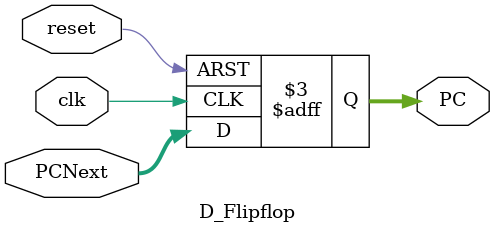
<source format=v>
module D_Flipflop (
    input clk ,reset,
    input [31:0] PCNext,
    output reg [31:0] PC 
);

    always@(posedge clk or negedge reset) begin
        if(~reset)
            PC <= 0 ;
        else
            PC <= PCNext ;
    end
    
endmodule
</source>
